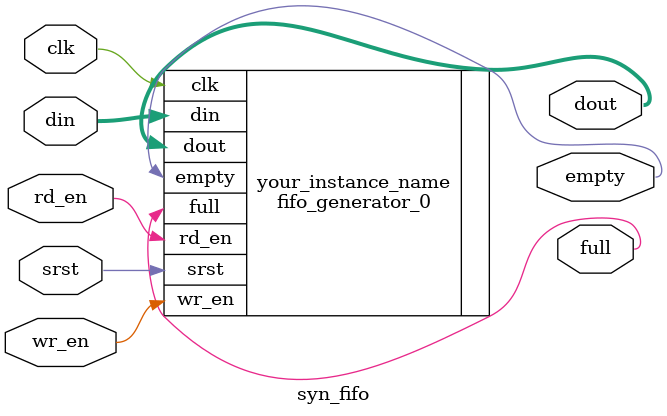
<source format=sv>
`timescale 1ns / 1ps


module syn_fifo(
    input  logic clk,
    input  logic srst,
    input  logic [7 : 0] din,
    input  logic wr_en,
    input  logic rd_en,
    output logic  [7 : 0] dout,
    output logic  full,
    output logic  empty
    );


fifo_generator_0 your_instance_name (
  .clk(clk),      // input wire clk
  .srst(srst),    // input wire srst
  .din(din),      // input wire [7 : 0] din
  .wr_en(wr_en),  // input wire wr_en
  .rd_en(rd_en),  // input wire rd_en
  .dout(dout),    // output wire [7 : 0] dout
  .full(full),    // output wire full
  .empty(empty)  // output wire empty
);
endmodule

</source>
